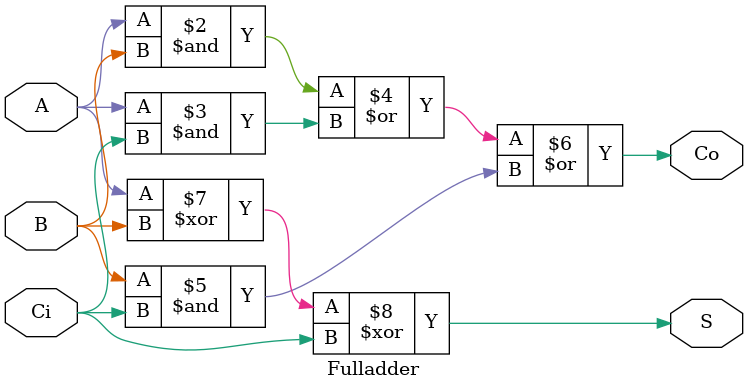
<source format=v>
`timescale 1ns / 1ps
module Fulladder
(

   input A,
   input B,
   input Ci,
   output reg S,
   output reg Co

);

   always @(*)
   begin
   #5 Co = A&B | A&Ci | B&Ci;
   S = A ^ B ^ Ci;
   end

endmodule
</source>
